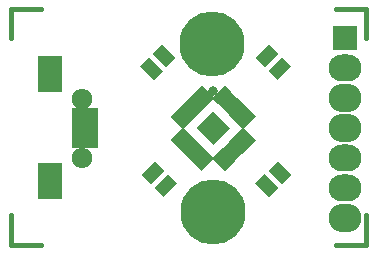
<source format=gts>
G04 #@! TF.FileFunction,Soldermask,Top*
%FSLAX46Y46*%
G04 Gerber Fmt 4.6, Leading zero omitted, Abs format (unit mm)*
G04 Created by KiCad (PCBNEW (2015-01-16 BZR 5376)-product) date 7/11/2015 10:08:44 AM*
%MOMM*%
G01*
G04 APERTURE LIST*
%ADD10C,0.150000*%
%ADD11C,0.381000*%
%ADD12R,2.308000X0.908000*%
%ADD13O,1.708000X1.808000*%
%ADD14R,2.058000X3.008000*%
%ADD15C,5.508000*%
%ADD16C,0.807720*%
%ADD17R,2.159000X2.159000*%
%ADD18O,2.794000X2.286000*%
%ADD19O,2.794000X2.413000*%
G04 APERTURE END LIST*
D10*
D11*
X28500000Y-39500000D02*
X28500000Y-37000000D01*
X28500000Y-39500000D02*
X31000000Y-39500000D01*
X58500000Y-39500000D02*
X56000000Y-39500000D01*
X58500000Y-39500000D02*
X58500000Y-37000000D01*
X28500000Y-19500000D02*
X28500000Y-22000000D01*
X28500000Y-19500000D02*
X31000000Y-19500000D01*
X58500000Y-19500000D02*
X58500000Y-22000000D01*
X58500000Y-19500000D02*
X56000000Y-19500000D01*
D12*
X34708000Y-28327100D03*
X34708000Y-28977100D03*
X34708000Y-29627100D03*
X34708000Y-30277100D03*
X34708000Y-30927100D03*
D13*
X34470540Y-27127100D03*
X34470540Y-32127100D03*
D14*
X31808000Y-25028000D03*
X31808000Y-34128000D03*
D15*
X45608000Y-36740000D03*
X45500000Y-22500000D03*
D10*
G36*
X41984466Y-28650050D02*
X42507117Y-28127399D01*
X43573972Y-29194254D01*
X43051321Y-29716905D01*
X41984466Y-28650050D01*
X41984466Y-28650050D01*
G37*
G36*
X42338288Y-28296228D02*
X42860939Y-27773577D01*
X43927794Y-28840432D01*
X43405143Y-29363083D01*
X42338288Y-28296228D01*
X42338288Y-28296228D01*
G37*
G36*
X42692111Y-27942406D02*
X43214762Y-27419755D01*
X44281617Y-28486610D01*
X43758966Y-29009261D01*
X42692111Y-27942406D01*
X42692111Y-27942406D01*
G37*
G36*
X43045933Y-27588584D02*
X43568584Y-27065933D01*
X44635439Y-28132788D01*
X44112788Y-28655439D01*
X43045933Y-27588584D01*
X43045933Y-27588584D01*
G37*
G36*
X43399755Y-27234762D02*
X43922406Y-26712111D01*
X44989261Y-27778966D01*
X44466610Y-28301617D01*
X43399755Y-27234762D01*
X43399755Y-27234762D01*
G37*
G36*
X43753577Y-26880939D02*
X44276228Y-26358288D01*
X45343083Y-27425143D01*
X44820432Y-27947794D01*
X43753577Y-26880939D01*
X43753577Y-26880939D01*
G37*
G36*
X44107399Y-26527117D02*
X44630050Y-26004466D01*
X45696905Y-27071321D01*
X45174254Y-27593972D01*
X44107399Y-26527117D01*
X44107399Y-26527117D01*
G37*
G36*
X45519095Y-27071321D02*
X46585950Y-26004466D01*
X47108601Y-26527117D01*
X46041746Y-27593972D01*
X45519095Y-27071321D01*
X45519095Y-27071321D01*
G37*
G36*
X45872917Y-27425143D02*
X46939772Y-26358288D01*
X47462423Y-26880939D01*
X46395568Y-27947794D01*
X45872917Y-27425143D01*
X45872917Y-27425143D01*
G37*
G36*
X46226739Y-27778966D02*
X47293594Y-26712111D01*
X47816245Y-27234762D01*
X46749390Y-28301617D01*
X46226739Y-27778966D01*
X46226739Y-27778966D01*
G37*
G36*
X46580561Y-28132788D02*
X47647416Y-27065933D01*
X48170067Y-27588584D01*
X47103212Y-28655439D01*
X46580561Y-28132788D01*
X46580561Y-28132788D01*
G37*
G36*
X46934383Y-28486610D02*
X48001238Y-27419755D01*
X48523889Y-27942406D01*
X47457034Y-29009261D01*
X46934383Y-28486610D01*
X46934383Y-28486610D01*
G37*
G36*
X47288206Y-28840432D02*
X48355061Y-27773577D01*
X48877712Y-28296228D01*
X47810857Y-29363083D01*
X47288206Y-28840432D01*
X47288206Y-28840432D01*
G37*
G36*
X47642028Y-29194254D02*
X48708883Y-28127399D01*
X49231534Y-28650050D01*
X48164679Y-29716905D01*
X47642028Y-29194254D01*
X47642028Y-29194254D01*
G37*
G36*
X47642028Y-30061746D02*
X48164679Y-29539095D01*
X49231534Y-30605950D01*
X48708883Y-31128601D01*
X47642028Y-30061746D01*
X47642028Y-30061746D01*
G37*
G36*
X47288206Y-30415568D02*
X47810857Y-29892917D01*
X48877712Y-30959772D01*
X48355061Y-31482423D01*
X47288206Y-30415568D01*
X47288206Y-30415568D01*
G37*
G36*
X46934383Y-30769390D02*
X47457034Y-30246739D01*
X48523889Y-31313594D01*
X48001238Y-31836245D01*
X46934383Y-30769390D01*
X46934383Y-30769390D01*
G37*
G36*
X46580561Y-31123212D02*
X47103212Y-30600561D01*
X48170067Y-31667416D01*
X47647416Y-32190067D01*
X46580561Y-31123212D01*
X46580561Y-31123212D01*
G37*
G36*
X46226739Y-31477034D02*
X46749390Y-30954383D01*
X47816245Y-32021238D01*
X47293594Y-32543889D01*
X46226739Y-31477034D01*
X46226739Y-31477034D01*
G37*
G36*
X45872917Y-31830857D02*
X46395568Y-31308206D01*
X47462423Y-32375061D01*
X46939772Y-32897712D01*
X45872917Y-31830857D01*
X45872917Y-31830857D01*
G37*
G36*
X45519095Y-32184679D02*
X46041746Y-31662028D01*
X47108601Y-32728883D01*
X46585950Y-33251534D01*
X45519095Y-32184679D01*
X45519095Y-32184679D01*
G37*
G36*
X44107399Y-32728883D02*
X45174254Y-31662028D01*
X45696905Y-32184679D01*
X44630050Y-33251534D01*
X44107399Y-32728883D01*
X44107399Y-32728883D01*
G37*
G36*
X43753577Y-32375061D02*
X44820432Y-31308206D01*
X45343083Y-31830857D01*
X44276228Y-32897712D01*
X43753577Y-32375061D01*
X43753577Y-32375061D01*
G37*
G36*
X43399755Y-32021238D02*
X44466610Y-30954383D01*
X44989261Y-31477034D01*
X43922406Y-32543889D01*
X43399755Y-32021238D01*
X43399755Y-32021238D01*
G37*
G36*
X43045933Y-31667416D02*
X44112788Y-30600561D01*
X44635439Y-31123212D01*
X43568584Y-32190067D01*
X43045933Y-31667416D01*
X43045933Y-31667416D01*
G37*
G36*
X42692111Y-31313594D02*
X43758966Y-30246739D01*
X44281617Y-30769390D01*
X43214762Y-31836245D01*
X42692111Y-31313594D01*
X42692111Y-31313594D01*
G37*
G36*
X42338288Y-30959772D02*
X43405143Y-29892917D01*
X43927794Y-30415568D01*
X42860939Y-31482423D01*
X42338288Y-30959772D01*
X42338288Y-30959772D01*
G37*
G36*
X41984466Y-30605950D02*
X43051321Y-29539095D01*
X43573972Y-30061746D01*
X42507117Y-31128601D01*
X41984466Y-30605950D01*
X41984466Y-30605950D01*
G37*
G36*
X44187323Y-29628000D02*
X45608000Y-28207323D01*
X47028677Y-29628000D01*
X45608000Y-31048677D01*
X44187323Y-29628000D01*
X44187323Y-29628000D01*
G37*
D16*
X45608000Y-26445397D03*
D17*
X56784000Y-22008000D03*
D18*
X56784000Y-24548000D03*
D19*
X56784000Y-27088000D03*
X56784000Y-29628000D03*
D18*
X56784000Y-32168000D03*
X56784000Y-34708000D03*
D19*
X56784000Y-37248000D03*
D10*
G36*
X40549790Y-25566643D02*
X39382357Y-24399210D01*
X40190580Y-23590987D01*
X41358013Y-24758420D01*
X40549790Y-25566643D01*
X40549790Y-25566643D01*
G37*
G36*
X41627420Y-24489013D02*
X40459987Y-23321580D01*
X41268210Y-22513357D01*
X42435643Y-23680790D01*
X41627420Y-24489013D01*
X41627420Y-24489013D01*
G37*
G36*
X52214643Y-24399210D02*
X51047210Y-25566643D01*
X50238987Y-24758420D01*
X51406420Y-23590987D01*
X52214643Y-24399210D01*
X52214643Y-24399210D01*
G37*
G36*
X51137013Y-23321580D02*
X49969580Y-24489013D01*
X49161357Y-23680790D01*
X50328790Y-22513357D01*
X51137013Y-23321580D01*
X51137013Y-23321580D01*
G37*
G36*
X42562643Y-34305210D02*
X41395210Y-35472643D01*
X40586987Y-34664420D01*
X41754420Y-33496987D01*
X42562643Y-34305210D01*
X42562643Y-34305210D01*
G37*
G36*
X41485013Y-33227580D02*
X40317580Y-34395013D01*
X39509357Y-33586790D01*
X40676790Y-32419357D01*
X41485013Y-33227580D01*
X41485013Y-33227580D01*
G37*
G36*
X51047210Y-32419357D02*
X52214643Y-33586790D01*
X51406420Y-34395013D01*
X50238987Y-33227580D01*
X51047210Y-32419357D01*
X51047210Y-32419357D01*
G37*
G36*
X49969580Y-33496987D02*
X51137013Y-34664420D01*
X50328790Y-35472643D01*
X49161357Y-34305210D01*
X49969580Y-33496987D01*
X49969580Y-33496987D01*
G37*
M02*

</source>
